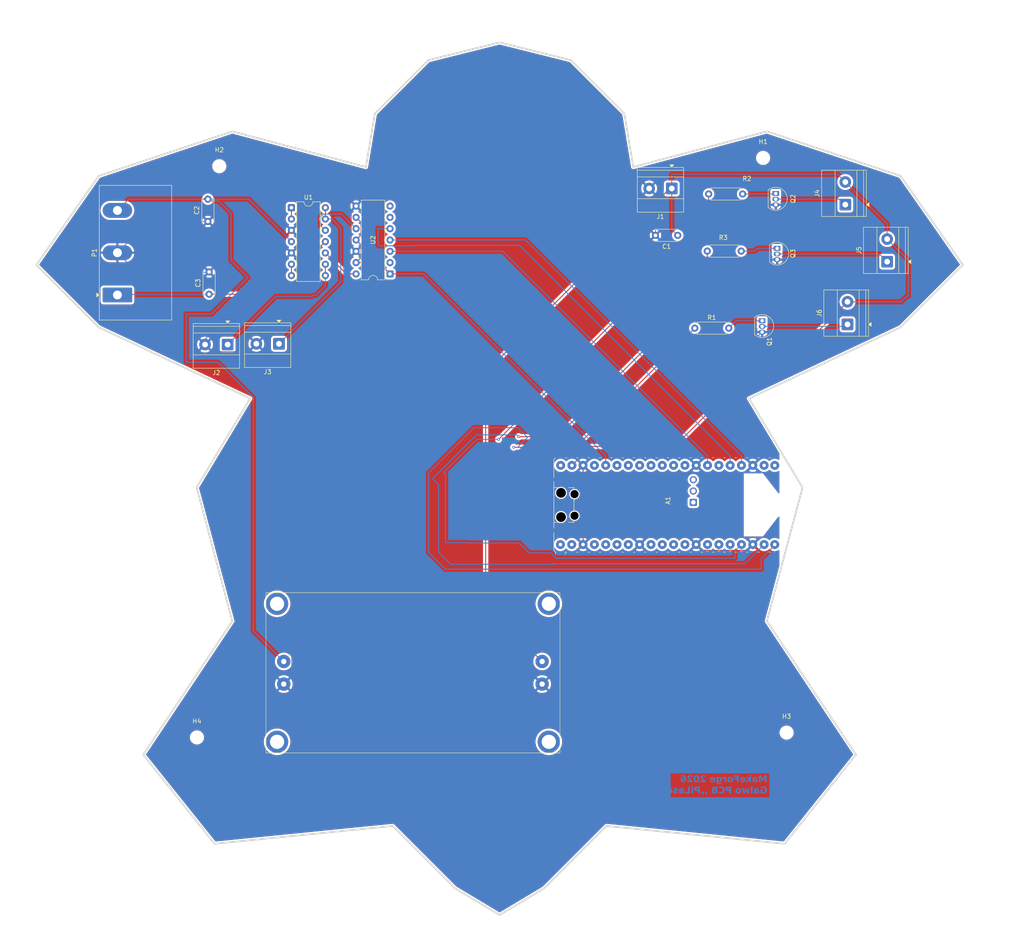
<source format=kicad_pcb>
(kicad_pcb (version 20241229) (generator "pcbnew") (generator_version "9.0")
  (layers (0 "F.Cu" signal) (2 "B.Cu" signal) (13 "F.Paste" user) (15 "B.Paste" user) (5 "F.SilkS" user "F.Silkscreen") (7 "B.SilkS" user "B.Silkscreen") (1 "F.Mask" user) (3 "B.Mask" user) (25 "Edge.Cuts" user))
  (net 0 "")
  (net 4 "Net-(J2-Pin_1)")
  (net 5 "Net-(J3-Pin_1)")
  (net 6 "Net-(J4-Pin_1)")
  (net 7 "Net-(J5-Pin_1)")
  (net 8 "Net-(J6-Pin_1)")
  (net 21 "Net-(A1-GPIO14)")
  (net 22 "Net-(A1-GPIO15)")
  (net 23 "Net-(A1-VSYS)")
  (net 24 "Net-(A1-GPIO19)")
  (net 25 "Net-(A1-GPIO21)")
  (net 26 "Net-(A1-GPIO18)")
  (net 27 "Net-(A1-GPIO13)")
  (net 28 "Net-(A1-3V3)")
  (net 29 "/-15V")
  (net 30 "Net-(Q1-B)")
  (net 31 "Net-(Q2-B)")
  (net 32 "Net-(Q3-B)")
  (net 33 "Net-(U1A--)")
  (net 34 "Net-(U1B--)")
  (net 35 "Net-(U1D-+)")
  (net 36 "Net-(U1C-+)")
  (net 37 "GND")
  (net 51 "/15V")
  (footprint "Resistor_THT:R_Axial_DIN0207_L6.3mm_D2.5mm_P7.62mm_Horizontal" (layer "F.Cu") (at 158.5725 55.905)
    (property "Reference" "R3" (at 3.5875 -3.035 0) (layer "F.SilkS"))
    (property "Value" "1k")
    (pad "1" thru_hole circle (at 0 0) (size 1.6 1.6) (drill 0.8) (layers "*.Cu" "*.Mask") (net 21 "Net-(A1-GPIO14)"))
    (pad "2" thru_hole circle (at 7.62 0) (size 1.6 1.6) (drill 0.8) (layers "*.Cu" "*.Mask") (net 32 "Net-(Q3-B)"))
  )
  (footprint "Resistor_THT:R_Axial_DIN0207_L6.3mm_D2.5mm_P7.62mm_Horizontal" (layer "F.Cu") (at 155.7725 73.205)
    (property "Reference" "R1" (at 3.81 -2.37 0) (layer "F.SilkS"))
    (property "Value" "1k")
    (pad "1" thru_hole circle (at 0 0) (size 1.6 1.6) (drill 0.8) (layers "*.Cu" "*.Mask") (net 22 "Net-(A1-GPIO15)"))
    (pad "2" thru_hole circle (at 7.62 0) (size 1.6 1.6) (drill 0.8) (layers "*.Cu" "*.Mask") (net 30 "Net-(Q1-B)"))
  )
  (footprint "TerminalBlock_Ningbo-Kagnex:TerminalBlock_Ningbo-Kagnex_HB9500M_1x03_P9.5mm" (layer "F.Cu") (at 26.16 65.77 90)
    (property "Reference" "P1" (at 9.5 -5.155 90) (layer "F.SilkS"))
    (property "Value" "Conn_01x03")
    (pad "1" thru_hole roundrect (at 0 0 90) (size 3.3 6.6) (drill 2) (layers "*.Cu" "*.Mask") (roundrect_rratio 0.075758) (net 29 "/-15V"))
    (pad "2" thru_hole oval (at 9.5 0 90) (size 3.3 6.6) (drill 2) (layers "*.Cu" "*.Mask") (net 37 "GND"))
    (pad "3" thru_hole oval (at 19 0 90) (size 3.3 6.6) (drill 2) (layers "*.Cu" "*.Mask") (net 51 "/15V"))
  )
  (footprint "Resistor_THT:R_Axial_DIN0207_L6.3mm_D2.5mm_P7.62mm_Horizontal" (layer "F.Cu") (at 158.88 43.08)
    (property "Reference" "R2" (at 8.59 -3.44 0) (layer "F.SilkS"))
    (property "Value" "1k")
    (pad "1" thru_hole circle (at 0 0) (size 1.6 1.6) (drill 0.8) (layers "*.Cu" "*.Mask") (net 27 "Net-(A1-GPIO13)"))
    (pad "2" thru_hole circle (at 7.62 0) (size 1.6 1.6) (drill 0.8) (layers "*.Cu" "*.Mask") (net 31 "Net-(Q2-B)"))
  )
  (footprint "proba:RaspberryPi_Pico_W_SMD_HandSolder_tht" (layer "F.Cu") (at 149.74 112.92 90)
    (property "Reference" "A1" (at 0 0 90) (layer "F.SilkS") (effects (justify left)))
    (property "Value" "RaspberryPi_Pico_W")
    (pad "" np_thru_hole circle (at -2.725 -24 90) (size 2.2 2.2) (drill 2.2) (layers "*.Mask"))
    (pad "" np_thru_hole circle (at -2.425 -20.97 90) (size 1.85 1.85) (drill 1.85) (layers "*.Mask"))
    (pad "" np_thru_hole circle (at 2.425 -20.97 90) (size 1.85 1.85) (drill 1.85) (layers "*.Mask"))
    (pad "" np_thru_hole circle (at 2.725 -24 90) (size 2.2 2.2) (drill 2.2) (layers "*.Mask"))
    (pad "1" thru_hole circle (at -8.89 -24.13 90) (size 2 2) (drill 0.8) (property pad_prop_mechanical) (layers "*.Cu" "*.Mask"))
    (pad "2" thru_hole circle (at -8.89 -21.59 90) (size 2 2) (drill 0.8) (property pad_prop_mechanical) (layers "*.Cu" "*.Mask"))
    (pad "3" thru_hole circle (at -8.89 -19.05 90) (size 2 2) (drill 0.8) (property pad_prop_mechanical) (layers "*.Cu" "*.Mask") (net 37 "GND"))
    (pad "4" thru_hole circle (at -8.89 -16.51 90) (size 2 2) (drill 0.8) (property pad_prop_mechanical) (layers "*.Cu" "*.Mask"))
    (pad "5" thru_hole circle (at -8.89 -13.97 90) (size 2 2) (drill 0.8) (property pad_prop_mechanical) (layers "*.Cu" "*.Mask"))
    (pad "6" thru_hole circle (at -8.89 -11.43 90) (size 2 2) (drill 0.8) (property pad_prop_mechanical) (layers "*.Cu" "*.Mask"))
    (pad "7" thru_hole circle (at -8.89 -8.89 90) (size 2 2) (drill 0.8) (property pad_prop_mechanical) (layers "*.Cu" "*.Mask"))
    (pad "8" thru_hole circle (at -8.89 -6.35 90) (size 2 2) (drill 0.8) (property pad_prop_mechanical) (layers "*.Cu" "*.Mask") (net 37 "GND"))
    (pad "9" thru_hole circle (at -8.89 -3.81 90) (size 2 2) (drill 0.8) (property pad_prop_mechanical) (layers "*.Cu" "*.Mask"))
    (pad "10" thru_hole circle (at -8.89 -1.27 90) (size 2 2) (drill 0.8) (property pad_prop_mechanical) (layers "*.Cu" "*.Mask"))
    (pad "11" thru_hole circle (at -8.89 1.27 90) (size 2 2) (drill 0.8) (property pad_prop_mechanical) (layers "*.Cu" "*.Mask"))
    (pad "12" thru_hole circle (at -8.89 3.81 90) (size 2 2) (drill 0.8) (property pad_prop_mechanical) (layers "*.Cu" "*.Mask"))
    (pad "13" thru_hole circle (at -8.89 6.35 90) (size 2 2) (drill 0.8) (property pad_prop_mechanical) (layers "*.Cu" "*.Mask") (net 37 "GND"))
    (pad "14" thru_hole circle (at -8.89 8.89 90) (size 2 2) (drill 0.8) (property pad_prop_mechanical) (layers "*.Cu" "*.Mask"))
    (pad "15" thru_hole circle (at -8.89 11.43 90) (size 2 2) (drill 0.8) (property pad_prop_mechanical) (layers "*.Cu" "*.Mask"))
    (pad "16" thru_hole circle (at -8.89 13.97 90) (size 2 2) (drill 0.8) (property pad_prop_mechanical) (layers "*.Cu" "*.Mask"))
    (pad "17" thru_hole circle (at -8.89 16.51 90) (size 2 2) (drill 0.8) (property pad_prop_mechanical) (layers "*.Cu" "*.Mask") (net 27 "Net-(A1-GPIO13)"))
    (pad "18" thru_hole circle (at -8.89 19.05 90) (size 2 2) (drill 0.8) (property pad_prop_mechanical) (layers "*.Cu" "*.Mask") (net 37 "GND"))
    (pad "19" thru_hole circle (at -8.89 21.59 90) (size 2 2) (drill 0.8) (property pad_prop_mechanical) (layers "*.Cu" "*.Mask") (net 21 "Net-(A1-GPIO14)"))
    (pad "20" thru_hole circle (at -8.89 23.97 90) (size 2 2) (drill 0.8) (property pad_prop_mechanical) (layers "*.Cu" "*.Mask") (net 22 "Net-(A1-GPIO15)"))
    (pad "21" thru_hole circle (at 8.88 23.98 90) (size 2 2) (drill 0.8) (property pad_prop_mechanical) (layers "*.Cu" "*.Mask"))
    (pad "22" thru_hole circle (at 8.89 21.59 90) (size 2 2) (drill 0.8) (property pad_prop_mechanical) (layers "*.Cu" "*.Mask"))
    (pad "23" thru_hole circle (at 8.89 19.05 90) (size 2 2) (drill 0.8) (property pad_prop_mechanical) (layers "*.Cu" "*.Mask") (net 37 "GND"))
    (pad "24" thru_hole circle (at 8.89 16.51 90) (size 2 2) (drill 0.8) (property pad_prop_mechanical) (layers "*.Cu" "*.Mask") (net 26 "Net-(A1-GPIO18)"))
    (pad "25" thru_hole circle (at 8.89 13.97 90) (size 2 2) (drill 0.8) (property pad_prop_mechanical) (layers "*.Cu" "*.Mask") (net 24 "Net-(A1-GPIO19)"))
    (pad "26" thru_hole circle (at 8.89 11.43 90) (size 2 2) (drill 0.8) (property pad_prop_mechanical) (layers "*.Cu" "*.Mask"))
    (pad "27" thru_hole circle (at 8.89 8.89 90) (size 2 2) (drill 0.8) (property pad_prop_mechanical) (layers "*.Cu" "*.Mask") (net 25 "Net-(A1-GPIO21)"))
    (pad "28" thru_hole circle (at 8.89 6.35 90) (size 2 2) (drill 0.8) (property pad_prop_mechanical) (layers "*.Cu" "*.Mask") (net 37 "GND"))
    (pad "29" thru_hole circle (at 8.89 3.81 90) (size 2 2) (drill 0.8) (property pad_prop_mechanical) (layers "*.Cu" "*.Mask"))
    (pad "30" thru_hole circle (at 8.89 1.27 90) (size 2 2) (drill 0.8) (property pad_prop_mechanical) (layers "*.Cu" "*.Mask"))
    (pad "31" thru_hole circle (at 8.89 -1.27 90) (size 2 2) (drill 0.8) (property pad_prop_mechanical) (layers "*.Cu" "*.Mask"))
    (pad "32" thru_hole circle (at 8.89 -3.81 90) (size 2 2) (drill 0.8) (property pad_prop_mechanical) (layers "*.Cu" "*.Mask"))
    (pad "33" thru_hole circle (at 8.89 -6.35 90) (size 2 2) (drill 0.8) (property pad_prop_mechanical) (layers "*.Cu" "*.Mask"))
    (pad "34" thru_hole circle (at 8.89 -8.89 90) (size 2 2) (drill 0.8) (property pad_prop_mechanical) (layers "*.Cu" "*.Mask"))
    (pad "35" thru_hole circle (at 8.89 -11.43 90) (size 2 2) (drill 0.8) (property pad_prop_mechanical) (layers "*.Cu" "*.Mask"))
    (pad "36" thru_hole circle (at 8.89 -13.97 90) (size 2 2) (drill 0.8) (property pad_prop_mechanical) (layers "*.Cu" "*.Mask") (net 28 "Net-(A1-3V3)"))
    (pad "37" thru_hole circle (at 8.89 -16.51 90) (size 2 2) (drill 0.8) (property pad_prop_mechanical) (layers "*.Cu" "*.Mask"))
    (pad "38" thru_hole circle (at 8.89 -19.05 90) (size 2 2) (drill 0.8) (property pad_prop_mechanical) (layers "*.Cu" "*.Mask") (net 37 "GND"))
    (pad "39" thru_hole circle (at 8.89 -21.55 90) (size 2 2) (drill 0.8) (property pad_prop_mechanical) (layers "*.Cu" "*.Mask") (net 23 "Net-(A1-VSYS)"))
    (pad "40" thru_hole circle (at 8.89 -24.08 90) (size 2 2) (drill 0.8) (property pad_prop_mechanical) (layers "*.Cu" "*.Mask"))
    (pad "D1" thru_hole roundrect (at 0.5841 5.7 90) (size 1.6 1.6) (drill 1) (layers "*.Cu" "*.Mask") (roundrect_rratio 0.125))
    (pad "D2" thru_hole circle (at 3.1241 5.7 90) (size 1.6 1.6) (drill 1) (layers "*.Cu" "*.Mask"))
    (pad "D3" thru_hole circle (at 5.6641 5.7 90) (size 1.6 1.6) (drill 1) (layers "*.Cu" "*.Mask"))
    (zone (net 0) (net_name "") (layers "F.Cu" "B.Cu" "F.Paste" "B.Paste") (name "RF Copper Keep Out") (connect_pads (clearance 0)) (min_thickness 0.254)
      (keepout (tracks not_allowed) (vias not_allowed) (pads not_allowed) (copperpour not_allowed) (footprints not_allowed))
      (fill (thermal_gap 0.508) (thermal_bridge_width 0.508))
      (polygon (pts (xy 174.74 133.92) (xy 174.74 91.92) (xy 184.74 91.92) (xy 184.74 133.92)))
    )
    (zone (net 0) (net_name "") (layers "F.Cu" "B.Cu" "F.Paste" "B.Paste") (name "Antenna Copper Keep Out") (connect_pads (clearance 0)) (min_thickness 0.254)
      (keepout (tracks not_allowed) (vias not_allowed) (pads not_allowed) (copperpour not_allowed) (footprints not_allowed))
      (fill (thermal_gap 0.508) (thermal_bridge_width 0.508))
      (polygon (pts (xy 174.729895 115.32) (xy 171.079895 120.02) (xy 166.74 120.02) (xy 166.74 105.82) (xy 171.079895 105.82) (xy 174.729895 110.52) (xy 174.74 110.52) (xy 174.74 115.32)))
    )
    (zone (net 0) (net_name "") (layers "F.Cu" "F.Paste") (name "Pad Keep Out TP3") (connect_pads (clearance 0)) (min_thickness 0.25)
      (keepout (tracks not_allowed) (vias not_allowed) (pads not_allowed) (copperpour not_allowed) (footprints allowed))
      (fill (thermal_gap 0.5) (thermal_bridge_width 0.5))
      (polygon (pts (xy 124.924455 114.867861) (xy 124.797833 114.833932) (xy 124.684306 114.768388) (xy 124.591612 114.675694) (xy 124.526068 114.562167) (xy 124.492139 114.435545) (xy 124.49 114.37) (xy 124.49 113.92) (xy 126.39 113.92) (xy 126.39 114.37) (xy 126.387861 114.435545) (xy 126.353932 114.562167) (xy 126.288388 114.675694) (xy 126.195694 114.768388) (xy 126.082167 114.833932) (xy 125.955545 114.867861) (xy 125.89 114.87) (xy 124.99 114.87)))
    )
    (zone (net 0) (net_name "") (layers "F.Cu" "F.Paste") (name "Pad Keep Out TP2") (connect_pads (clearance 0)) (min_thickness 0.25)
      (keepout (tracks not_allowed) (vias not_allowed) (pads not_allowed) (copperpour not_allowed) (footprints allowed))
      (fill (thermal_gap 0.5) (thermal_bridge_width 0.5))
      (polygon (pts (xy 124.939455 112.867861) (xy 124.812833 112.833932) (xy 124.699306 112.768388) (xy 124.606612 112.675694) (xy 124.541068 112.562167) (xy 124.507139 112.435545) (xy 124.505 112.37) (xy 124.505 111.92) (xy 126.405 111.92) (xy 126.405 112.37) (xy 126.402861 112.435545) (xy 126.368932 112.562167) (xy 126.303388 112.675694) (xy 126.210694 112.768388) (xy 126.097167 112.833932) (xy 125.970545 112.867861) (xy 125.905 112.87) (xy 125.005 112.87)))
    )
    (zone (net 0) (net_name "") (layers "F.Cu" "F.Paste") (name "Pad Keep Out TP3") (connect_pads (clearance 0)) (min_thickness 0.25)
      (keepout (tracks not_allowed) (vias not_allowed) (pads not_allowed) (copperpour not_allowed) (footprints allowed))
      (fill (thermal_gap 0.5) (thermal_bridge_width 0.5))
      (polygon (pts (xy 126.39 113.92) (xy 126.39 113.47) (xy 126.387861 113.404455) (xy 126.353933 113.277833) (xy 126.288388 113.164306) (xy 126.195694 113.071612) (xy 126.082167 113.006067) (xy 125.955545 112.972139) (xy 125.89 112.97) (xy 124.99 112.97) (xy 124.924455 112.972139) (xy 124.797833 113.006067) (xy 124.684306 113.071612) (xy 124.591612 113.164306) (xy 124.526067 113.277833) (xy 124.492139 113.404455) (xy 124.49 113.47) (xy 124.49 113.92)))
    )
    (zone (net 0) (net_name "") (layers "F.Cu" "F.Paste") (name "Pad Keep Out TP2") (connect_pads (clearance 0)) (min_thickness 0.25)
      (keepout (tracks not_allowed) (vias not_allowed) (pads not_allowed) (copperpour not_allowed) (footprints allowed))
      (fill (thermal_gap 0.5) (thermal_bridge_width 0.5))
      (polygon (pts (xy 126.405 111.92) (xy 126.405 111.47) (xy 126.402861 111.404455) (xy 126.368933 111.277833) (xy 126.303388 111.164306) (xy 126.210694 111.071612) (xy 126.097167 111.006067) (xy 125.970545 110.972139) (xy 125.905 110.97) (xy 125.005 110.97) (xy 124.939455 110.972139) (xy 124.812833 111.006067) (xy 124.699306 111.071612) (xy 124.606612 111.164306) (xy 124.541067 111.277833) (xy 124.507139 111.404455) (xy 124.505 111.47) (xy 124.505 111.92)))
    )
    (zone (net 0) (net_name "") (layers "F.Cu" "F.Paste") (name "Pad Keep Out TP1") (connect_pads (clearance 0)) (min_thickness 0.25)
      (keepout (tracks not_allowed) (vias not_allowed) (pads not_allowed) (copperpour not_allowed) (footprints allowed))
      (fill (thermal_gap 0.5) (thermal_bridge_width 0.5))
      (polygon (pts (xy 128.224455 113.867861) (xy 128.097833 113.833932) (xy 127.984306 113.768388) (xy 127.891612 113.675694) (xy 127.826068 113.562167) (xy 127.792139 113.435545) (xy 127.79 113.37) (xy 127.79 112.92) (xy 129.69 112.92) (xy 129.69 113.37) (xy 129.687861 113.435545) (xy 129.653932 113.562167) (xy 129.588388 113.675694) (xy 129.495694 113.768388) (xy 129.382167 113.833932) (xy 129.255545 113.867861) (xy 129.19 113.87) (xy 128.29 113.87)))
    )
    (zone (net 0) (net_name "") (layers "F.Cu" "F.Paste") (name "Pad Keep Out TP1") (connect_pads (clearance 0)) (min_thickness 0.25)
      (keepout (tracks not_allowed) (vias not_allowed) (pads not_allowed) (copperpour not_allowed) (footprints allowed))
      (fill (thermal_gap 0.5) (thermal_bridge_width 0.5))
      (polygon (pts (xy 129.69 112.92) (xy 129.69 112.47) (xy 129.687861 112.404455) (xy 129.653933 112.277833) (xy 129.588388 112.164306) (xy 129.495694 112.071612) (xy 129.382167 112.006067) (xy 129.255545 111.972139) (xy 129.19 111.97) (xy 128.29 111.97) (xy 128.224455 111.972139) (xy 128.097833 112.006067) (xy 127.984306 112.071612) (xy 127.891612 112.164306) (xy 127.826067 112.277833) (xy 127.792139 112.404455) (xy 127.79 112.47) (xy 127.79 112.92)))
    )
    (zone (net 0) (net_name "") (layers "F.Cu" "F.Paste") (name "Pad Keep Out TP4") (connect_pads (clearance 0)) (min_thickness 0.25)
      (keepout (tracks not_allowed) (vias not_allowed) (pads not_allowed) (copperpour not_allowed) (footprints allowed))
      (fill (thermal_gap 0.5) (thermal_bridge_width 0.5))
      (polygon (pts (xy 135.49 114.47) (xy 131.79 114.47) (xy 131.724455 114.472139) (xy 131.597833 114.506067) (xy 131.484306 114.571612) (xy 131.391612 114.664306) (xy 131.326067 114.777833) (xy 131.292139 114.904455) (xy 131.29 114.97) (xy 131.29 115.87) (xy 131.292139 115.935545) (xy 131.326067 116.062167) (xy 131.391612 116.175694) (xy 131.484306 116.268388) (xy 131.597833 116.333933) (xy 131.724455 116.367861) (xy 131.79 116.37) (xy 135.49 116.37)))
    )
    (zone (net 0) (net_name "") (layers "F.Cu" "F.Paste") (name "Pad Keep Out TP6") (connect_pads (clearance 0)) (min_thickness 0.25)
      (keepout (tracks not_allowed) (vias not_allowed) (pads not_allowed) (copperpour not_allowed) (footprints allowed))
      (fill (thermal_gap 0.5) (thermal_bridge_width 0.5))
      (polygon (pts (xy 139.687861 115.935545) (xy 139.653932 116.062167) (xy 139.588388 116.175694) (xy 139.495694 116.268388) (xy 139.382167 116.333932) (xy 139.255545 116.367861) (xy 139.19 116.37) (xy 135.49 116.37) (xy 135.49 114.47) (xy 139.19 114.47) (xy 139.255545 114.472139) (xy 139.382167 114.506068) (xy 139.495694 114.571612) (xy 139.588388 114.664306) (xy 139.653932 114.777833) (xy 139.687861 114.904455) (xy 139.69 114.97) (xy 139.69 115.87)))
    )
  )
  (footprint "Package_DIP:DIP-14_W7.62mm" (layer "F.Cu") (at 65.22 46.16)
    (property "Reference" "U1" (at 3.81 -2.33 0) (layer "F.SilkS"))
    (property "Value" "TL074")
    (pad "1" thru_hole roundrect (at 0 0) (size 1.6 1.6) (drill 0.8) (layers "*.Cu" "*.Mask") (roundrect_rratio 0.15625) (net 33 "Net-(U1A--)"))
    (pad "2" thru_hole circle (at 0 2.54) (size 1.6 1.6) (drill 0.8) (layers "*.Cu" "*.Mask") (net 33 "Net-(U1A--)"))
    (pad "3" thru_hole circle (at 0 5.08) (size 1.6 1.6) (drill 0.8) (layers "*.Cu" "*.Mask") (net 37 "GND"))
    (pad "4" thru_hole circle (at 0 7.62) (size 1.6 1.6) (drill 0.8) (layers "*.Cu" "*.Mask") (net 51 "/15V"))
    (pad "5" thru_hole circle (at 0 10.16) (size 1.6 1.6) (drill 0.8) (layers "*.Cu" "*.Mask") (net 37 "GND"))
    (pad "6" thru_hole circle (at 0 12.7) (size 1.6 1.6) (drill 0.8) (layers "*.Cu" "*.Mask") (net 34 "Net-(U1B--)"))
    (pad "7" thru_hole circle (at 0 15.24) (size 1.6 1.6) (drill 0.8) (layers "*.Cu" "*.Mask") (net 34 "Net-(U1B--)"))
    (pad "8" thru_hole circle (at 7.62 15.24) (size 1.6 1.6) (drill 0.8) (layers "*.Cu" "*.Mask") (net 4 "Net-(J2-Pin_1)"))
    (pad "9" thru_hole circle (at 7.62 12.7) (size 1.6 1.6) (drill 0.8) (layers "*.Cu" "*.Mask") (net 4 "Net-(J2-Pin_1)"))
    (pad "10" thru_hole circle (at 7.62 10.16) (size 1.6 1.6) (drill 0.8) (layers "*.Cu" "*.Mask") (net 36 "Net-(U1C-+)"))
    (pad "11" thru_hole circle (at 7.62 7.62) (size 1.6 1.6) (drill 0.8) (layers "*.Cu" "*.Mask") (net 29 "/-15V"))
    (pad "12" thru_hole circle (at 7.62 5.08) (size 1.6 1.6) (drill 0.8) (layers "*.Cu" "*.Mask") (net 35 "Net-(U1D-+)"))
    (pad "13" thru_hole circle (at 7.62 2.54) (size 1.6 1.6) (drill 0.8) (layers "*.Cu" "*.Mask") (net 5 "Net-(J3-Pin_1)"))
    (pad "14" thru_hole circle (at 7.62 0) (size 1.6 1.6) (drill 0.8) (layers "*.Cu" "*.Mask") (net 5 "Net-(J3-Pin_1)"))
  )
  (footprint "TerminalBlock_Phoenix:TerminalBlock_Phoenix_MKDS-1,5-2-5.08_1x02_P5.08mm_Horizontal" (layer "F.Cu") (at 50.91 76.9 180)
    (property "Reference" "J2" (at 2.54 -6.32 0) (layer "F.SilkS"))
    (property "Value" "Screw_Terminal_01x02")
    (pad "1" thru_hole roundrect (at 0 0 180) (size 2.6 2.6) (drill 1.3) (layers "*.Cu" "*.Mask") (roundrect_rratio 0.096154) (net 4 "Net-(J2-Pin_1)"))
    (pad "2" thru_hole circle (at 5.08 0 180) (size 2.6 2.6) (drill 1.3) (layers "*.Cu" "*.Mask") (net 37 "GND"))
  )
  (footprint "proba:Bez_nazwy" (layer "F.Cu") (at 92.5 150.62)
    (property "Reference" "J7" (hide yes))
    (property "Value" "Conn_02x02_Counter_Clockwise" (hide yes))
    (pad "0" thru_hole circle (at -30.5 -15.5) (size 5 5) (drill 3.2) (property pad_prop_mechanical) (layers "*.Cu" "*.Mask"))
    (pad "0" thru_hole circle (at -30.5 15.5) (size 5 5) (drill 3.2) (property pad_prop_mechanical) (layers "*.Cu" "*.Mask"))
    (pad "0" thru_hole circle (at 30.5 -15.5) (size 5 5) (drill 3.2) (property pad_prop_mechanical) (layers "*.Cu" "*.Mask"))
    (pad "0" thru_hole circle (at 30.5 15.5) (size 5 5) (drill 3.2) (property pad_prop_mechanical) (layers "*.Cu" "*.Mask"))
    (pad "1" thru_hole circle (at -29 2.54) (size 3 3) (drill 1.2) (property pad_prop_mechanical) (layers "*.Cu" "*.Mask") (net 37 "GND"))
    (pad "2" thru_hole circle (at -29 -2.54) (size 3 3) (drill 1.2) (property pad_prop_mechanical) (layers "*.Cu" "*.Mask") (net 51 "/15V"))
    (pad "3" thru_hole circle (at 29 -2.54) (size 3 3) (drill 1.2) (property pad_prop_mechanical) (layers "*.Cu" "*.Mask") (net 23 "Net-(A1-VSYS)"))
    (pad "4" thru_hole circle (at 29 2.54) (size 3 3) (drill 1.2) (property pad_prop_mechanical) (layers "*.Cu" "*.Mask") (net 37 "GND"))
  )
  (footprint "MountingHole:MountingHole_2.7mm_M2.5" (layer "F.Cu") (at 171.11 34.98)
    (property "Reference" "H1" (at 0 -3.65 0) (layer "F.SilkS"))
    (property "Value" "MountingHole")
    (pad "" np_thru_hole circle (at 0 0) (size 2.7 2.7) (drill 2.7) (layers "*.Cu" "*.Mask"))
  )
  (footprint "TerminalBlock_Phoenix:TerminalBlock_Phoenix_MKDS-1,5-2-5.08_1x02_P5.08mm_Horizontal" (layer "F.Cu") (at 150.6 41.84 180)
    (property "Reference" "J1" (at 2.54 -6.32 0) (layer "F.SilkS"))
    (property "Value" "Conn_01x02")
    (pad "1" thru_hole roundrect (at 0 0 180) (size 2.6 2.6) (drill 1.3) (layers "*.Cu" "*.Mask") (roundrect_rratio 0.096154) (net 23 "Net-(A1-VSYS)"))
    (pad "2" thru_hole circle (at 5.08 0 180) (size 2.6 2.6) (drill 1.3) (layers "*.Cu" "*.Mask") (net 37 "GND"))
  )
  (footprint "Package_TO_SOT_THT:TO-92L_Inline" (layer "F.Cu") (at 170.89 71.55 -90)
    (property "Reference" "Q1" (at 4.67 -1.64 90) (layer "F.SilkS"))
    (property "Value" "Q_NPN_BCE")
    (pad "1" thru_hole rect (at 0 0 270) (size 1.05 1.5) (drill 0.75) (layers "*.Cu" "*.Mask") (net 30 "Net-(Q1-B)"))
    (pad "2" thru_hole oval (at 1.27 0 270) (size 1.05 1.5) (drill 0.75) (layers "*.Cu" "*.Mask") (net 8 "Net-(J6-Pin_1)"))
    (pad "3" thru_hole oval (at 2.54 0 270) (size 1.05 1.5) (drill 0.75) (layers "*.Cu" "*.Mask") (net 37 "GND"))
  )
  (footprint "Package_DIP:DIP-14_W7.62mm" (layer "F.Cu") (at 87.355 61.03 180)
    (property "Reference" "U2" (at 3.805 7.62 270) (layer "F.SilkS"))
    (property "Value" "MCP4922")
    (pad "1" thru_hole roundrect (at 0 0 180) (size 1.6 1.6) (drill 0.8) (layers "*.Cu" "*.Mask") (roundrect_rratio 0.15625) (net 28 "Net-(A1-3V3)"))
    (pad "2" thru_hole circle (at 0 2.54 180) (size 1.6 1.6) (drill 0.8) (layers "*.Cu" "*.Mask"))
    (pad "3" thru_hole circle (at 0 5.08 180) (size 1.6 1.6) (drill 0.8) (layers "*.Cu" "*.Mask") (net 25 "Net-(A1-GPIO21)"))
    (pad "4" thru_hole circle (at 0 7.62 180) (size 1.6 1.6) (drill 0.8) (layers "*.Cu" "*.Mask") (net 26 "Net-(A1-GPIO18)"))
    (pad "5" thru_hole circle (at 0 10.16 180) (size 1.6 1.6) (drill 0.8) (layers "*.Cu" "*.Mask") (net 24 "Net-(A1-GPIO19)"))
    (pad "6" thru_hole circle (at 0 12.7 180) (size 1.6 1.6) (drill 0.8) (layers "*.Cu" "*.Mask"))
    (pad "7" thru_hole circle (at 0 15.24 180) (size 1.6 1.6) (drill 0.8) (layers "*.Cu" "*.Mask"))
    (pad "8" thru_hole circle (at 7.62 15.24 180) (size 1.6 1.6) (drill 0.8) (layers "*.Cu" "*.Mask") (net 37 "GND"))
    (pad "9" thru_hole circle (at 7.62 12.7 180) (size 1.6 1.6) (drill 0.8) (layers "*.Cu" "*.Mask") (net 28 "Net-(A1-3V3)"))
    (pad "10" thru_hole circle (at 7.62 10.16 180) (size 1.6 1.6) (drill 0.8) (layers "*.Cu" "*.Mask") (net 35 "Net-(U1D-+)"))
    (pad "11" thru_hole circle (at 7.62 7.62 180) (size 1.6 1.6) (drill 0.8) (layers "*.Cu" "*.Mask") (net 28 "Net-(A1-3V3)"))
    (pad "12" thru_hole circle (at 7.62 5.08 180) (size 1.6 1.6) (drill 0.8) (layers "*.Cu" "*.Mask") (net 37 "GND"))
    (pad "13" thru_hole circle (at 7.62 2.54 180) (size 1.6 1.6) (drill 0.8) (layers "*.Cu" "*.Mask") (net 28 "Net-(A1-3V3)"))
    (pad "14" thru_hole circle (at 7.62 0 180) (size 1.6 1.6) (drill 0.8) (layers "*.Cu" "*.Mask") (net 36 "Net-(U1C-+)"))
  )
  (footprint "TerminalBlock_Phoenix:TerminalBlock_Phoenix_MKDS-1,5-2-5.08_1x02_P5.08mm_Horizontal" (layer "F.Cu") (at 190.05 72.37 90)
    (property "Reference" "J6" (at 2.54 -6.32 90) (layer "F.SilkS"))
    (property "Value" "Screw_Terminal_01x02")
    (pad "1" thru_hole roundrect (at 0 0 90) (size 2.6 2.6) (drill 1.3) (layers "*.Cu" "*.Mask") (roundrect_rratio 0.096154) (net 8 "Net-(J6-Pin_1)"))
    (pad "2" thru_hole circle (at 5.08 0 90) (size 2.6 2.6) (drill 1.3) (layers "*.Cu" "*.Mask") (net 23 "Net-(A1-VSYS)"))
  )
  (footprint "TerminalBlock_Phoenix:TerminalBlock_Phoenix_MKDS-1,5-2-5.08_1x02_P5.08mm_Horizontal" (layer "F.Cu") (at 198.9525 58.285 90)
    (property "Reference" "J5" (at 2.54 -6.32 90) (layer "F.SilkS"))
    (property "Value" "Screw_Terminal_01x02")
    (pad "1" thru_hole roundrect (at 0 0 90) (size 2.6 2.6) (drill 1.3) (layers "*.Cu" "*.Mask") (roundrect_rratio 0.096154) (net 7 "Net-(J5-Pin_1)"))
    (pad "2" thru_hole circle (at 5.08 0 90) (size 2.6 2.6) (drill 1.3) (layers "*.Cu" "*.Mask") (net 23 "Net-(A1-VSYS)"))
  )
  (footprint "Package_TO_SOT_THT:TO-92L_Inline" (layer "F.Cu") (at 174.25 55.28 -90)
    (property "Reference" "Q3" (at 1.19 -3.56 90) (layer "F.SilkS"))
    (property "Value" "Q_NPN_BCE")
    (pad "1" thru_hole rect (at 0 0 270) (size 1.05 1.5) (drill 0.75) (layers "*.Cu" "*.Mask") (net 32 "Net-(Q3-B)"))
    (pad "2" thru_hole oval (at 1.27 0 270) (size 1.05 1.5) (drill 0.75) (layers "*.Cu" "*.Mask") (net 7 "Net-(J5-Pin_1)"))
    (pad "3" thru_hole oval (at 2.54 0 270) (size 1.05 1.5) (drill 0.75) (layers "*.Cu" "*.Mask") (net 37 "GND"))
  )
  (footprint "Package_TO_SOT_THT:TO-92L_Inline" (layer "F.Cu") (at 173.94 42.97 -90)
    (property "Reference" "Q2" (at 1.2 -3.89 90) (layer "F.SilkS"))
    (property "Value" "Q_NPN_BCE")
    (pad "1" thru_hole rect (at 0 0 270) (size 1.05 1.5) (drill 0.75) (layers "*.Cu" "*.Mask") (net 31 "Net-(Q2-B)"))
    (pad "2" thru_hole oval (at 1.27 0 270) (size 1.05 1.5) (drill 0.75) (layers "*.Cu" "*.Mask") (net 6 "Net-(J4-Pin_1)"))
    (pad "3" thru_hole oval (at 2.54 0 270) (size 1.05 1.5) (drill 0.75) (layers "*.Cu" "*.Mask") (net 37 "GND"))
  )
  (footprint "MountingHole:MountingHole_2.7mm_M2.5" (layer "F.Cu") (at 44.01 165.14)
    (property "Reference" "H4" (at 0 -3.65 0) (layer "F.SilkS"))
    (property "Value" "MountingHole")
    (pad "" np_thru_hole circle (at 0 0) (size 2.7 2.7) (drill 2.7) (layers "*.Cu" "*.Mask"))
  )
  (footprint "TerminalBlock_Phoenix:TerminalBlock_Phoenix_MKDS-1,5-2-5.08_1x02_P5.08mm_Horizontal" (layer "F.Cu") (at 189.56 45.47 90)
    (property "Reference" "J4" (at 2.54 -6.32 90) (layer "F.SilkS"))
    (property "Value" "Screw_Terminal_01x02")
    (pad "1" thru_hole roundrect (at 0 0 90) (size 2.6 2.6) (drill 1.3) (layers "*.Cu" "*.Mask") (roundrect_rratio 0.096154) (net 6 "Net-(J4-Pin_1)"))
    (pad "2" thru_hole circle (at 5.08 0 90) (size 2.6 2.6) (drill 1.3) (layers "*.Cu" "*.Mask") (net 23 "Net-(A1-VSYS)"))
  )
  (footprint "Capacitor_THT:C_Disc_D5.0mm_W2.5mm_P5.00mm" (layer "F.Cu") (at 151.94 52.37 180)
    (property "Reference" "C1" (at 2.5 -2.5 0) (layer "F.SilkS"))
    (property "Value" "100nF")
    (pad "1" thru_hole circle (at 0 0 180) (size 1.6 1.6) (drill 0.8) (layers "*.Cu" "*.Mask") (net 23 "Net-(A1-VSYS)"))
    (pad "2" thru_hole circle (at 5 0 180) (size 1.6 1.6) (drill 0.8) (layers "*.Cu" "*.Mask") (net 37 "GND"))
  )
  (footprint "TerminalBlock_Phoenix:TerminalBlock_Phoenix_MKDS-1,5-2-5.08_1x02_P5.08mm_Horizontal" (layer "F.Cu") (at 62.425 76.7275 180)
    (property "Reference" "J3" (at 2.54 -6.32 0) (layer "F.SilkS"))
    (property "Value" "Screw_Terminal_01x02")
    (pad "1" thru_hole roundrect (at 0 0 180) (size 2.6 2.6) (drill 1.3) (layers "*.Cu" "*.Mask") (roundrect_rratio 0.096154) (net 5 "Net-(J3-Pin_1)"))
    (pad "2" thru_hole circle (at 5.08 0 180) (size 2.6 2.6) (drill 1.3) (layers "*.Cu" "*.Mask") (net 37 "GND"))
  )
  (footprint "Capacitor_THT:C_Disc_D5.0mm_W2.5mm_P5.00mm" (layer "F.Cu") (at 46.47 49.25 90)
    (property "Reference" "C2" (at 2.5 -2.5 90) (layer "F.SilkS"))
    (property "Value" "100nF")
    (pad "1" thru_hole circle (at 0 0 90) (size 1.6 1.6) (drill 0.8) (layers "*.Cu" "*.Mask") (net 37 "GND"))
    (pad "2" thru_hole circle (at 5 0 90) (size 1.6 1.6) (drill 0.8) (layers "*.Cu" "*.Mask") (net 51 "/15V"))
  )
  (footprint "Capacitor_THT:C_Disc_D5.0mm_W2.5mm_P5.00mm" (layer "F.Cu") (at 46.74 65.59 90)
    (property "Reference" "C3" (at 2.5 -2.5 90) (layer "F.SilkS"))
    (property "Value" "100nF")
    (pad "1" thru_hole circle (at 0 0 90) (size 1.6 1.6) (drill 0.8) (layers "*.Cu" "*.Mask") (net 29 "/-15V"))
    (pad "2" thru_hole circle (at 5 0 90) (size 1.6 1.6) (drill 0.8) (layers "*.Cu" "*.Mask") (net 37 "GND"))
  )
  (footprint "MountingHole:MountingHole_2.7mm_M2.5" (layer "F.Cu") (at 49.03 36.84)
    (property "Reference" "H2" (at 0 -3.65 0) (layer "F.SilkS"))
    (property "Value" "MountingHole")
    (pad "" np_thru_hole circle (at 0 0) (size 2.7 2.7) (drill 2.7) (layers "*.Cu" "*.Mask"))
  )
  (footprint "MountingHole:MountingHole_2.7mm_M2.5" (layer "F.Cu") (at 176.38 164.06)
    (property "Reference" "H3" (at 0 -3.65 0) (layer "F.SilkS"))
    (property "Value" "MountingHole")
    (pad "" np_thru_hole circle (at 0 0) (size 2.7 2.7) (drill 2.7) (layers "*.Cu" "*.Mask"))
  )
  (gr_line (start 111.95 205.02) (end 101.95 199.02) (stroke (width 0.4)) (layer "Edge.Cuts"))
  (gr_line (start 31.95 169.02) (end 51.95 139.02) (stroke (width 0.4)) (layer "Edge.Cuts"))
  (gr_line (start 127.95 13.02) (end 139.95 25.02) (stroke (width 0.4)) (layer "Edge.Cuts"))
  (gr_line (start 47.95 189.02) (end 31.95 169.02) (stroke (width 0.4)) (layer "Edge.Cuts"))
  (gr_line (start 95.95 13.02) (end 111.95 9.02) (stroke (width 0.4)) (layer "Edge.Cuts"))
  (gr_line (start 215.95 59.02) (end 201.95 73.02) (stroke (width 0.4)) (layer "Edge.Cuts"))
  (gr_line (start 101.95 199.02) (end 87.95 185.02) (stroke (width 0.4)) (layer "Edge.Cuts"))
  (gr_line (start 135.95 185.02) (end 121.95 199.02) (stroke (width 0.4)) (layer "Edge.Cuts"))
  (gr_line (start 87.95 185.02) (end 47.95 189.02) (stroke (width 0.4)) (layer "Edge.Cuts"))
  (gr_line (start 167.95 89.02) (end 179.95 109.02) (stroke (width 0.4)) (layer "Edge.Cuts"))
  (gr_line (start 83.95 25.02) (end 95.95 13.02) (stroke (width 0.4)) (layer "Edge.Cuts"))
  (gr_line (start 201.95 39.02) (end 215.95 59.02) (stroke (width 0.4)) (layer "Edge.Cuts"))
  (gr_line (start 171.95 29.02) (end 201.95 39.02) (stroke (width 0.4)) (layer "Edge.Cuts"))
  (gr_line (start 43.95 109.02) (end 55.95 89.02) (stroke (width 0.4)) (layer "Edge.Cuts"))
  (gr_line (start 111.95 9.02) (end 127.95 13.02) (stroke (width 0.4)) (layer "Edge.Cuts"))
  (gr_line (start 121.95 199.02) (end 111.95 205.02) (stroke (width 0.4)) (layer "Edge.Cuts"))
  (gr_line (start 51.95 139.02) (end 43.95 109.02) (stroke (width 0.4)) (layer "Edge.Cuts"))
  (gr_line (start 7.95 59.02) (end 21.95 39.02) (stroke (width 0.4)) (layer "Edge.Cuts"))
  (gr_line (start 141.95 37.02) (end 171.95 29.02) (stroke (width 0.4)) (layer "Edge.Cuts"))
  (gr_line (start 51.95 29.02) (end 81.95 37.02) (stroke (width 0.4)) (layer "Edge.Cuts"))
  (gr_line (start 179.95 109.02) (end 171.95 139.02) (stroke (width 0.4)) (layer "Edge.Cuts"))
  (gr_line (start 201.95 73.02) (end 167.95 89.02) (stroke (width 0.4)) (layer "Edge.Cuts"))
  (gr_line (start 81.95 37.02) (end 83.95 25.02) (stroke (width 0.4)) (layer "Edge.Cuts"))
  (gr_line (start 21.95 39.02) (end 51.95 29.02) (stroke (width 0.4)) (layer "Edge.Cuts"))
  (gr_line (start 55.95 89.02) (end 21.95 73.02) (stroke (width 0.4)) (layer "Edge.Cuts"))
  (gr_line (start 139.95 25.02) (end 141.95 37.02) (stroke (width 0.4)) (layer "Edge.Cuts"))
  (gr_line (start 171.95 139.02) (end 191.95 169.02) (stroke (width 0.4)) (layer "Edge.Cuts"))
  (gr_line (start 21.95 73.02) (end 7.95 59.02) (stroke (width 0.4)) (layer "Edge.Cuts"))
  (gr_line (start 175.95 189.02) (end 135.95 185.02) (stroke (width 0.4)) (layer "Edge.Cuts"))
  (gr_line (start 191.95 169.02) (end 175.95 189.02) (stroke (width 0.4)) (layer "Edge.Cuts"))
  (gr_text "MakeForge 2026\nGalwo PCB ,,PiLaser{dblquote}" (at 49.48 177.47 0) (layer "F.Cu") (effects (font (size 1.5 1.5) (thickness 0.3) (bold yes)) (justify left bottom)))
  (gr_text "MakeForge 2026\nGalwo PCB ,,PiLaser{dblquote}" (at 172.07533 177.96 -0) (layer "B.Cu") (effects (font (size 1.5 1.5) (thickness 0.3) (bold yes)) (justify left bottom mirror)))
  (segment (start 72.84 58.86) (end 72.84 61.4) (width 0.2) (layer "F.Cu") (net 4))
  (segment (start 70.04 65.85) (end 70.68 65.85) (width 0.2) (layer "B.Cu") (net 4))
  (segment (start 72.84 63.69) (end 72.84 61.4) (width 0.2) (layer "B.Cu") (net 4))
  (segment (start 50.91 76.9) (end 61.73 66.08) (width 0.2) (layer "B.Cu") (net 4))
  (segment (start 69.81 66.08) (end 70.04 65.85) (width 0.2) (layer "B.Cu") (net 4))
  (segment (start 70.68 65.85) (end 72.84 63.69) (width 0.2) (layer "B.Cu") (net 4))
  (segment (start 61.73 66.08) (end 69.81 66.08) (width 0.2) (layer "B.Cu") (net 4))
  (segment (start 72.84 46.16) (end 72.84 48.7) (width 0.2) (layer "F.Cu") (net 5))
  (segment (start 76.29 50.66) (end 74.33 48.7) (width 0.2) (layer "B.Cu") (net 5))
  (segment (start 62.425 76.7275) (end 76.29 62.8625) (width 0.2) (layer "B.Cu") (net 5))
  (segment (start 76.29 62.8625) (end 76.29 50.66) (width 0.2) (layer "B.Cu") (net 5))
  (segment (start 74.33 48.7) (end 72.84 48.7) (width 0.2) (layer "B.Cu") (net 5))
  (segment (start 189.56 45.47) (end 188.33 44.24) (width 0.2) (layer "B.Cu") (net 6))
  (segment (start 188.33 44.24) (end 173.94 44.24) (width 0.2) (layer "B.Cu") (net 6))
  (segment (start 197.2175 56.55) (end 174.25 56.55) (width 0.2) (layer "B.Cu") (net 7))
  (segment (start 198.9525 58.285) (end 197.2175 56.55) (width 0.2) (layer "B.Cu") (net 7))
  (segment (start 190.05 72.37) (end 189.6 72.82) (width 0.2) (layer "B.Cu") (net 8))
  (segment (start 189.6 72.82) (end 170.89 72.82) (width 0.2) (layer "B.Cu") (net 8))
  (segment (start 116.23 97.6) (end 116.17 97.6) (width 0.2) (layer "F.Cu") (net 21))
  (segment (start 158.5725 63.9346) (end 124.9071 97.6) (width 0.2) (layer "F.Cu") (net 21))
  (segment (start 124.9071 97.6) (end 116.23 97.6) (width 0.2) (layer "F.Cu") (net 21))
  (segment (start 158.5725 55.905) (end 158.5725 63.9346) (width 0.2) (layer "F.Cu") (net 21))
  (via (at 116.23 97.6) (size 0.6) (drill 0.3) (layers "F.Cu" "B.Cu") (net 21))
  (segment (start 123.83 126.13) (end 124.21 126.13) (width 0.2) (layer "B.Cu") (net 21))
  (segment (start 123.9 126.25) (end 124.09 126.25) (width 0.2) (layer "B.Cu") (net 21))
  (segment (start 116.23 97.6) (end 115.81 97.18) (width 0.2) (layer "B.Cu") (net 21))
  (segment (start 106.74 97.18) (end 96.92 107) (width 0.2) (layer "B.Cu") (net 21))
  (segment (start 98.26 108.34) (end 98.26 123.53) (width 0.2) (layer "B.Cu") (net 21))
  (segment (start 167.01 126.13) (end 171.33 121.81) (width 0.2) (layer "B.Cu") (net 21))
  (segment (start 123.9 126.25) (end 124.24 126.25) (width 0.2) (layer "B.Cu") (net 21))
  (segment (start 124.21 126.13) (end 167.01 126.13) (width 0.2) (layer "B.Cu") (net 21))
  (segment (start 124.09 126.25) (end 124.21 126.13) (width 0.2) (layer "B.Cu") (net 21))
  (segment (start 96.92 107) (end 98.26 108.34) (width 0.2) (layer "B.Cu") (net 21))
  (segment (start 110.84 97.18) (end 106.74 97.18) (width 0.2) (layer "B.Cu") (net 21))
  (segment (start 100.98 126.25) (end 123.9 126.25) (width 0.2) (layer "B.Cu") (net 21))
  (segment (start 98.26 123.53) (end 100.98 126.25) (width 0.2) (layer "B.Cu") (net 21))
  (segment (start 115.81 97.18) (end 110.84 97.18) (width 0.2) (layer "B.Cu") (net 21))
  (segment (start 129.0175 99.96) (end 115.1 99.96) (width 0.2) (layer "F.Cu") (net 22))
  (segment (start 155.7725 73.205) (end 129.0175 99.96) (width 0.2) (layer "F.Cu") (net 22))
  (via (at 115.1 99.96) (size 0.6) (drill 0.3) (layers "F.Cu" "B.Cu") (net 22))
  (segment (start 106.19 95.58) (end 96 105.77) (width 0.2) (layer "B.Cu") (net 22))
  (segment (start 96 123.57) (end 99.77 127.34) (width 0.2) (layer "B.Cu") (net 22))
  (segment (start 99.77 127.34) (end 170.68 127.34) (width 0.2) (layer "B.Cu") (net 22))
  (segment (start 116 99.96) (end 118.22 97.74) (width 0.2) (layer "B.Cu") (net 22))
  (segment (start 118.22 97.74) (end 116.06 95.58) (width 0.2) (layer "B.Cu") (net 22))
  (segment (start 170.68 125) (end 173.87 121.81) (width 0.2) (layer "B.Cu") (net 22))
  (segment (start 170.68 127.34) (end 170.68 125) (width 0.2) (layer "B.Cu") (net 22))
  (segment (start 96 105.77) (end 96 123.57) (width 0.2) (layer "B.Cu") (net 22))
  (segment (start 116.06 95.58) (end 106.19 95.58) (width 0.2) (layer "B.Cu") (net 22))
  (segment (start 115.1 99.96) (end 116 99.96) (width 0.2) (layer "B.Cu") (net 22))
  (segment (start 108.82 83.1529) (end 150.1329 41.84) (width 0.2) (layer "F.Cu") (net 23))
  (segment (start 179.99 78.29) (end 179.99 77.35) (width 0.2) (layer "F.Cu") (net 23))
  (segment (start 132.44 99.78) (end 151.22 99.78) (width 0.2) (layer "F.Cu") (net 23))
  (segment (start 151.22 99.78) (end 172.71 78.29) (width 0.2) (layer "F.Cu") (net 23))
  (segment (start 172.71 78.29) (end 179.99 78.29) (width 0.2) (layer "F.Cu") (net 23))
  (segment (start 108.82 135.4) (end 108.82 83.1529) (width 0.2) (layer "F.Cu") (net 23))
  (segment (start 150.1329 41.84) (end 150.6 41.84) (width 0.2) (layer "F.Cu") (net 23))
  (segment (start 128.19 104.03) (end 132.44 99.78) (width 0.2) (layer "F.Cu") (net 23))
  (segment (start 179.99 77.35) (end 190.05 67.29) (width 0.2) (layer "F.Cu") (net 23))
  (segment (start 121.5 148.08) (end 108.82 135.4) (width 0.2) (layer "F.Cu") (net 23))
  (segment (start 203.7 57.9525) (end 203.7 66) (width 0.2) (layer "B.Cu") (net 23))
  (segment (start 198.9525 53.205) (end 203.7 57.9525) (width 0.2) (layer "B.Cu") (net 23))
  (segment (start 202.11 67.29) (end 190.05 67.29) (width 0.2) (layer "B.Cu") (net 23))
  (segment (start 198.9525 49.7825) (end 189.56 40.39) (width 0.2) (layer "B.Cu") (net 23))
  (segment (start 150.6 38.64) (end 187.81 38.64) (width 0.2) (layer "B.Cu") (net 23))
  (segment (start 203.4 66) (end 202.11 67.29) (width 0.2) (layer "B.Cu") (net 23))
  (segment (start 198.9525 53.205) (end 198.9525 49.7825) (width 0.2) (layer "B.Cu") (net 23))
  (segment (start 203.7 66) (end 203.4 66) (width 0.2) (layer "B.Cu") (net 23))
  (segment (start 150.6 51.03) (end 151.94 52.37) (width 0.2) (layer "B.Cu") (net 23))
  (segment (start 150.6 41.84) (end 150.6 51.03) (width 0.2) (layer "B.Cu") (net 23))
  (segment (start 150.6 41.84) (end 150.6 38.64) (width 0.2) (layer "B.Cu") (net 23))
  (segment (start 187.81 38.64) (end 189.56 40.39) (width 0.2) (layer "B.Cu") (net 23))
  (segment (start 84.77 50.87) (end 84.66 50.76) (width 0.2) (layer "B.Cu") (net 24))
  (segment (start 93.02566 54.63434) (end 116.43566 54.63434) (width 0.2) (layer "B.Cu") (net 24))
  (segment (start 87.355 50.87) (end 84.77 50.87) (width 0.2) (layer "B.Cu") (net 24))
  (segment (start 84.66 50.76) (end 84.66 54.49) (width 0.2) (layer "B.Cu") (net 24))
  (segment (start 92.83 54.73) (end 92.88 54.78) (width 0.2) (layer "B.Cu") (net 24))
  (segment (start 84.9 54.73) (end 92.83 54.73) (width 0.2) (layer "B.Cu") (net 24))
  (segment (start 92.88 54.78) (end 93.02566 54.63434) (width 0.2) (layer "B.Cu") (net 24))
  (segment (start 116.43566 54.63434) (end 163.71 101.90868) (width 0.2) (layer "B.Cu") (net 24))
  (segment (start 84.66 54.49) (end 84.9 54.73) (width 0.2) (layer "B.Cu") (net 24))
  (segment (start 163.71 101.90868) (end 163.71 104.03) (width 0.2) (layer "B.Cu") (net 24))
  (segment (start 158.63 101.90868) (end 158.63 104.03) (width 0.2) (layer "B.Cu") (net 25))
  (segment (start 112.67132 55.95) (end 158.63 101.90868) (width 0.2) (layer "B.Cu") (net 25))
  (segment (start 87.355 55.95) (end 112.67132 55.95) (width 0.2) (layer "B.Cu") (net 25))
  (segment (start 87.355 53.41) (end 117.75132 53.41) (width 0.2) (layer "B.Cu") (net 26))
  (segment (start 117.75132 53.41) (end 166.25 101.90868) (width 0.2) (layer "B.Cu") (net 26))
  (segment (start 166.25 101.90868) (end 166.25 104.03) (width 0.2) (layer "B.Cu") (net 26))
  (segment (start 158.88 50.46) (end 131.26 78.08) (width 0.2) (layer "F.Cu") (net 27))
  (segment (start 158.88 43.08) (end 158.88 50.46) (width 0.2) (layer "F.Cu") (net 27))
  (segment (start 131.26 78.08) (end 131.26 78.66) (width 0.2) (layer "F.Cu") (net 27))
  (segment (start 131.26 78.66) (end 111.72 98.2) (width 0.2) (layer "F.Cu") (net 27))
  (via (at 111.72 98.2) (size 0.6) (drill 0.3) (layers "F.Cu" "B.Cu") (net 27))
  (segment (start 99.8 121.38) (end 104.7 121.38) (width 0.2) (layer "B.Cu") (net 27))
  (segment (start 124.71 124.97) (end 124.8 124.88) (width 0.2) (layer "B.Cu") (net 27))
  (segment (start 164.77 123.29) (end 166.25 121.81) (width 0.2) (layer "B.Cu") (net 27))
  (segment (start 123.42 123.68) (end 124.71 124.97) (width 0.2) (layer "B.Cu") (net 27))
  (segment (start 116.37 121.48) (end 118.57 123.68) (width 0.2) (layer "B.Cu") (net 27))
  (segment (start 104.7 121.38) (end 104.8 121.48) (width 0.2) (layer "B.Cu") (net 27))
  (segment (start 164.77 124.88) (end 164.77 123.29) (width 0.2) (layer "B.Cu") (net 27))
  (segment (start 118.57 123.68) (end 123.42 123.68) (width 0.2) (layer "B.Cu") (net 27))
  (segment (start 99.8 105.99) (end 99.8 121.38) (width 0.2) (layer "B.Cu") (net 27))
  (segment (start 104.8 121.48) (end 116.37 121.48) (width 0.2) (layer "B.Cu") (net 27))
  (segment (start 111.72 98.2) (end 106.83 98.2) (width 0.2) (layer "B.Cu") (net 27))
  (segment (start 106.83 98.2) (end 99.42 105.61) (width 0.2) (layer "B.Cu") (net 27))
  (segment (start 99.42 105.61) (end 99.8 105.99) (width 0.2) (layer "B.Cu") (net 27))
  (segment (start 124.8 124.88) (end 164.77 124.88) (width 0.2) (layer "B.Cu") (net 27))
  (segment (start 84.815 58.49) (end 87.355 61.03) (width 0.2) (layer "F.Cu") (net 28))
  (segment (start 79.735 53.41) (end 80.836 52.309) (width 0.2) (layer "F.Cu") (net 28))
  (segment (start 79.735 58.49) (end 84.815 58.49) (width 0.2) (layer "F.Cu") (net 28))
  (segment (start 80.836 52.309) (end 80.836 49.431) (width 0.2) (layer "F.Cu") (net 28))
  (segment (start 80.836 49.431) (end 79.735 48.33) (width 0.2) (layer "F.Cu") (net 28))
  (segment (start 80.836 57.389) (end 80.836 54.511) (width 0.2) (layer "F.Cu") (net 28))
  (segment (start 80.836 54.511) (end 79.735 53.41) (width 0.2) (layer "F.Cu") (net 28))
  (segment (start 79.735 58.49) (end 80.836 57.389) (width 0.2) (layer "F.Cu") (net 28))
  (segment (start 135.77 101.90868) (end 135.77 104.03) (width 0.2) (layer "B.Cu") (net 28))
  (segment (start 87.355 61.03) (end 94.89132 61.03) (width 0.2) (layer "B.Cu") (net 28))
  (segment (start 94.89132 61.03) (end 135.77 101.90868) (width 0.2) (layer "B.Cu") (net 28))
  (segment (start 60.2 63.77) (end 68.03 63.77) (width 0.2) (layer "F.Cu") (net 29))
  (segment (start 69.13 62.67) (end 69.13 57.49) (width 0.2) (layer "F.Cu") (net 29))
  (segment (start 69.13 57.49) (end 72.84 53.78) (width 0.2) (layer "F.Cu") (net 29))
  (segment (start 58.38 65.59) (end 60.2 63.77) (width 0.2) (layer "F.Cu") (net 29))
  (segment (start 46.74 65.59) (end 58.38 65.59) (width 0.2) (layer "F.Cu") (net 29))
  (segment (start 68.03 63.77) (end 69.13 62.67) (width 0.2) (layer "F.Cu") (net 29))
  (segment (start 26.27 65.66) (end 26.16 65.77) (width 0.2) (layer "B.Cu") (net 29))
  (segment (start 46.75 65.66) (end 26.27 65.66) (width 0.2) (layer "B.Cu") (net 29))
  (segment (start 170.89 71.55) (end 165.0475 71.55) (width 0.2) (layer "B.Cu") (net 30))
  (segment (start 165.0475 71.55) (end 163.3925 73.205) (width 0.2) (layer "B.Cu") (net 30))
  (segment (start 173.83 43.08) (end 173.94 42.97) (width 0.2) (layer "B.Cu") (net 31))
  (segment (start 166.5 43.08) (end 173.83 43.08) (width 0.2) (layer "B.Cu") (net 31))
  (segment (start 169.245 55.905) (end 166.1925 55.905) (width 0.2) (layer "B.Cu") (net 32))
  (segment (start 174.25 55.28) (end 169.87 55.28) (width 0.2) (layer "B.Cu") (net 32))
  (segment (start 169.87 55.28) (end 169.245 55.905) (width 0.2) (layer "B.Cu") (net 32))
  (segment (start 65.22 46.16) (end 65.22 48.7) (width 0.2) (layer "F.Cu") (net 33))
  (segment (start 65.22 58.86) (end 65.22 61.4) (width 0.2) (layer "F.Cu") (net 34))
  (segment (start 71.739 50.139) (end 71.739 48.24395) (width 0.2) (layer "B.Cu") (net 35))
  (segment (start 71.739 48.24395) (end 72.38395 47.599) (width 0.2) (layer "B.Cu") (net 35))
  (segment (start 76.464 47.599) (end 79.735 50.87) (width 0.2) (layer "B.Cu") (net 35))
  (segment (start 72.84 51.24) (end 71.739 50.139) (width 0.2) (layer "B.Cu") (net 35))
  (segment (start 72.38395 47.599) (end 76.464 47.599) (width 0.2) (layer "B.Cu") (net 35))
  (segment (start 77.55 61.03) (end 72.84 56.32) (width 0.2) (layer "F.Cu") (net 36))
  (segment (start 79.735 61.03) (end 77.55 61.03) (width 0.2) (layer "F.Cu") (net 36))
  (segment (start 130.69 121.816999) (end 132.484001 123.611) (width 0.2) (layer "F.Cu") (net 37))
  (segment (start 132.484001 123.611) (end 141.595999 123.611) (width 0.2) (layer "F.Cu") (net 37))
  (segment (start 156.09 104.023001) (end 157.884001 102.229) (width 0.2) (layer "F.Cu") (net 37))
  (segment (start 130.69 121.81) (end 130.69 121.816999) (width 0.2) (layer "F.Cu") (net 37))
  (segment (start 141.595999 123.611) (end 143.39 121.816999) (width 0.2) (layer "F.Cu") (net 37))
  (segment (start 106.08 137.74) (end 106.08 68.83) (width 0.2) (layer "F.Cu") (net 37))
  (segment (start 156.09 104.03) (end 156.09 104.023001) (width 0.2) (layer "F.Cu") (net 37))
  (segment (start 168.79 104.023001) (end 168.79 104.03) (width 0.2) (layer "F.Cu") (net 37))
  (segment (start 145.184001 120.009) (end 154.295999 120.009) (width 0.2) (layer "F.Cu") (net 37))
  (segment (start 130.69 121.81) (end 130.69 104.03) (width 0.2) (layer "F.Cu") (net 37))
  (segment (start 143.39 121.81) (end 143.39 121.803001) (width 0.2) (layer "F.Cu") (net 37))
  (segment (start 166.995999 102.229) (end 168.79 104.023001) (width 0.2) (layer "F.Cu") (net 37))
  (segment (start 78.634 54.849) (end 79.735 55.95) (width 0.2) (layer "F.Cu") (net 37))
  (segment (start 106.08 68.83) (end 114.09 68.83) (width 0.2) (layer "F.Cu") (net 37))
  (segment (start 121.5 153.16) (end 106.08 137.74) (width 0.2) (layer "F.Cu") (net 37))
  (segment (start 157.884001 102.229) (end 166.995999 102.229) (width 0.2) (layer "F.Cu") (net 37))
  (segment (start 143.51 43.85) (end 145.52 41.84) (width 0.2) (layer "F.Cu") (net 37))
  (segment (start 114.09 68.83) (end 139.07 43.85) (width 0.2) (layer "F.Cu") (net 37))
  (segment (start 79.735 45.79) (end 78.634 46.891) (width 0.2) (layer "F.Cu") (net 37))
  (segment (start 143.39 121.816999) (end 143.39 121.81) (width 0.2) (layer "F.Cu") (net 37))
  (segment (start 157.391 123.111) (end 167.489 123.111) (width 0.2) (layer "F.Cu") (net 37))
  (segment (start 78.634 46.891) (end 78.634 54.849) (width 0.2) (layer "F.Cu") (net 37))
  (segment (start 156.09 121.816999) (end 156.09 121.81) (width 0.2) (layer "F.Cu") (net 37))
  (segment (start 156.09 121.803001) (end 156.09 121.81) (width 0.2) (layer "F.Cu") (net 37))
  (segment (start 167.489 123.111) (end 168.79 121.81) (width 0.2) (layer "F.Cu") (net 37))
  (segment (start 154.295999 120.009) (end 156.09 121.803001) (width 0.2) (layer "F.Cu") (net 37))
  (segment (start 139.07 43.85) (end 143.51 43.85) (width 0.2) (layer "F.Cu") (net 37))
  (segment (start 143.39 121.803001) (end 145.184001 120.009) (width 0.2) (layer "F.Cu") (net 37))
  (segment (start 156.09 121.81) (end 157.391 123.111) (width 0.2) (layer "F.Cu") (net 37))
  (segment (start 168.79 121.81) (end 168.79 121.816999) (width 0.2) (layer "F.Cu") (net 37))
  (segment (start 45.83 75.71) (end 65.22 56.32) (width 0.2) (layer "B.Cu") (net 37))
  (segment (start 162.21 53.14) (end 162.47 53.4) (width 0.2) (layer "B.Cu") (net 37))
  (segment (start 169.08 75.9) (end 159.11 75.9) (width 0.2) (layer "B.Cu") (net 37))
  (segment (start 159.11 75.9) (end 159.11 70.205) (width 0.2) (layer "B.Cu") (net 37))
  (segment (start 152.195 63.56455) (end 152.195 63.29) (width 0.2) (layer "B.Cu") (net 37))
  (segment (start 173.94 45.51) (end 169.84 45.51) (width 0.2) (layer "B.Cu") (net 37))
  (segment (start 156.09 121.81) (end 156.09 121.816999) (width 0.2) (layer "B.Cu") (net 37))
  (segment (start 33.18 49.25) (end 26.16 56.27) (width 0.2) (layer "B.Cu") (net 37))
  (segment (start 152.28 57.82) (end 152.195 57.735) (width 0.2) (layer "B.Cu") (net 37))
  (segment (start 159.11 70.205) (end 152.195 63.29) (width 0.2) (layer "B.Cu") (net 37))
  (segment (start 169.84 45.51) (end 162.21 53.14) (width 0.2) (layer "B.Cu") (net 37))
  (segment (start 152.195 63.29) (end 152.195 57.735) (width 0.2) (layer "B.Cu") (net 37))
  (segment (start 65.301 151.359) (end 65.301 84.6835) (width 0.2) (layer "B.Cu") (net 37))
  (segment (start 57.345 76.7275) (end 55.5715 78.501) (width 0.2) (layer "B.Cu") (net 37))
  (segment (start 162.47 53.4) (end 162.47 57.82) (width 0.2) (layer "B.Cu") (net 37))
  (segment (start 45.83 76.9) (end 45.83 75.71) (width 0.2) (layer "B.Cu") (net 37))
  (segment (start 170.89 74.09) (end 169.08 75.9) (width 0.2) (layer "B.Cu") (net 37))
  (segment (start 63.5 153.16) (end 65.301 151.359) (width 0.2) (layer "B.Cu") (net 37))
  (segment (start 30.55 60.66) (end 26.16 56.27) (width 0.2) (layer "B.Cu") (net 37))
  (segment (start 145.52 41.84) (end 146.94 43.26) (width 0.2) (layer "B.Cu") (net 37))
  (segment (start 168.79 121.816999) (end 168.79 121.81) (width 0.2) (layer "B.Cu") (net 37))
  (segment (start 174.25 57.82) (end 162.47 57.82) (width 0.2) (layer "B.Cu") (net 37))
  (segment (start 162.47 57.82) (end 152.28 57.82) (width 0.2) (layer "B.Cu") (net 37))
  (segment (start 46.47 49.25) (end 33.18 49.25) (width 0.2) (layer "B.Cu") (net 37))
  (segment (start 65.301 84.6835) (end 57.345 76.7275) (width 0.2) (layer "B.Cu") (net 37))
  (segment (start 47.431 78.501) (end 45.83 76.9) (width 0.2) (layer "B.Cu") (net 37))
  (segment (start 146.94 43.26) (end 146.94 52.37) (width 0.2) (layer "B.Cu") (net 37))
  (segment (start 55.5715 78.501) (end 47.431 78.501) (width 0.2) (layer "B.Cu") (net 37))
  (segment (start 46.75 60.66) (end 30.55 60.66) (width 0.2) (layer "B.Cu") (net 37))
  (segment (start 26.16 56.27) (end 29.81 56.27) (width 0.2) (layer "B.Cu") (net 37))
  (segment (start 56.681844 141.261844) (end 56.681844 88.832896) (width 0.2) (layer "B.Cu") (net 51))
  (segment (start 41.68 80.88) (end 41.6 80.8) (width 0.2) (layer "B.Cu") (net 51))
  (segment (start 45.5 44.25) (end 46.32 43.43) (width 0.2) (layer "B.Cu") (net 51))
  (segment (start 63.5 148.08) (end 56.681844 141.261844) (width 0.2) (layer "B.Cu") (net 51))
  (segment (start 41.6 70.05) (end 47.26 70.05) (width 0.2) (layer "B.Cu") (net 51))
  (segment (start 48.871 44.651) (end 46.47 44.651) (width 0.2) (layer "B.Cu") (net 51))
  (segment (start 46.47 44.25) (end 55.69 44.25) (width 0.2) (layer "B.Cu") (net 51))
  (segment (start 55.47 61.84) (end 51.64 58.01) (width 0.2) (layer "B.Cu") (net 51))
  (segment (start 51.64 47.42) (end 48.871 44.651) (width 0.2) (layer "B.Cu") (net 51))
  (segment (start 56.681844 88.832896) (end 48.728948 80.88) (width 0.2) (layer "B.Cu") (net 51))
  (segment (start 45.5 44.25) (end 28.68 44.25) (width 0.2) (layer "B.Cu") (net 51))
  (segment (start 46.47 44.25) (end 45.5 44.25) (width 0.2) (layer "B.Cu") (net 51))
  (segment (start 55.69 44.25) (end 65.22 53.78) (width 0.2) (layer "B.Cu") (net 51))
  (segment (start 41.6 80.8) (end 41.6 70.05) (width 0.2) (layer "B.Cu") (net 51))
  (segment (start 48.728948 80.88) (end 41.68 80.88) (width 0.2) (layer "B.Cu") (net 51))
  (segment (start 28.68 44.25) (end 26.16 46.77) (width 0.2) (layer "B.Cu") (net 51))
  (segment (start 47.26 70.05) (end 55.47 61.84) (width 0.2) (layer "B.Cu") (net 51))
  (segment (start 51.64 58.01) (end 51.64 47.42) (width 0.2) (layer "B.Cu") (net 51))
  (zone (net 37) (net_name "GND") (layers "F.Cu" "B.Cu") (connect_pads (clearance 0.5)) (min_thickness 0.25) (fill yes (thermal_gap 0.5) (thermal_bridge_width 0.5))
    (polygon (pts (xy 200.34 211.42) (xy -0.2 212.62) (xy 0.4 -0.49) (xy 227.88 1.91) (xy 229.67 210.82) (xy 167.42 211.42)))
  )
)
</source>
